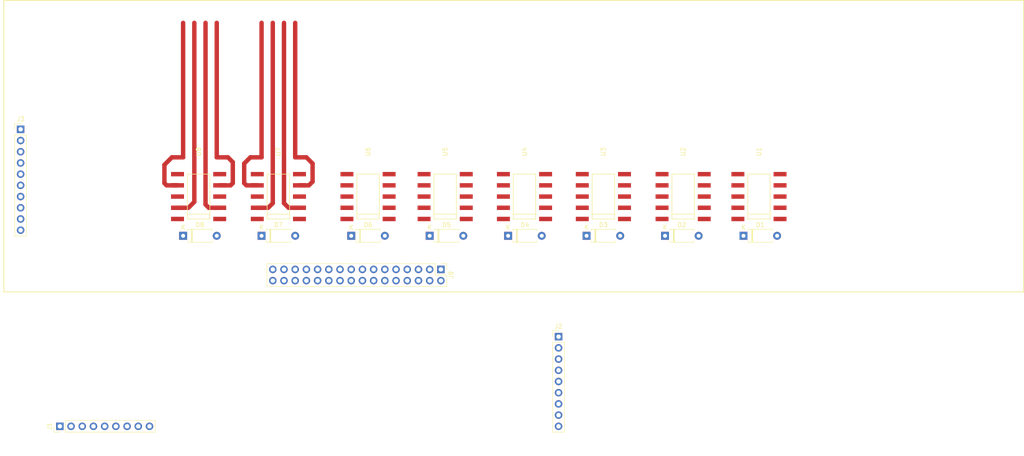
<source format=kicad_pcb>
(kicad_pcb (version 20171130) (host pcbnew 5.0.2-bee76a0~70~ubuntu16.04.1)

  (general
    (thickness 1.6)
    (drawings 4)
    (tracks 37)
    (zones 0)
    (modules 20)
    (nets 28)
  )

  (page A4)
  (layers
    (0 F.Cu signal)
    (31 B.Cu signal)
    (32 B.Adhes user)
    (33 F.Adhes user)
    (34 B.Paste user)
    (35 F.Paste user)
    (36 B.SilkS user)
    (37 F.SilkS user)
    (38 B.Mask user)
    (39 F.Mask user)
    (40 Dwgs.User user)
    (41 Cmts.User user)
    (42 Eco1.User user)
    (43 Eco2.User user)
    (44 Edge.Cuts user)
    (45 Margin user)
    (46 B.CrtYd user)
    (47 F.CrtYd user)
    (48 B.Fab user)
    (49 F.Fab user)
  )

  (setup
    (last_trace_width 1)
    (trace_clearance 1)
    (zone_clearance 0.508)
    (zone_45_only no)
    (trace_min 0.2)
    (segment_width 0.2)
    (edge_width 0.15)
    (via_size 0.8)
    (via_drill 0.4)
    (via_min_size 0.4)
    (via_min_drill 0.3)
    (uvia_size 0.3)
    (uvia_drill 0.1)
    (uvias_allowed no)
    (uvia_min_size 0.2)
    (uvia_min_drill 0.1)
    (pcb_text_width 0.3)
    (pcb_text_size 1.5 1.5)
    (mod_edge_width 0.15)
    (mod_text_size 1 1)
    (mod_text_width 0.15)
    (pad_size 1.524 1.524)
    (pad_drill 0.762)
    (pad_to_mask_clearance 0.051)
    (solder_mask_min_width 0.25)
    (aux_axis_origin 0 0)
    (visible_elements FFFFFF7F)
    (pcbplotparams
      (layerselection 0x010fc_ffffffff)
      (usegerberextensions false)
      (usegerberattributes false)
      (usegerberadvancedattributes false)
      (creategerberjobfile false)
      (excludeedgelayer true)
      (linewidth 0.100000)
      (plotframeref false)
      (viasonmask false)
      (mode 1)
      (useauxorigin false)
      (hpglpennumber 1)
      (hpglpenspeed 20)
      (hpglpendiameter 15.000000)
      (psnegative false)
      (psa4output false)
      (plotreference true)
      (plotvalue true)
      (plotinvisibletext false)
      (padsonsilk false)
      (subtractmaskfromsilk false)
      (outputformat 1)
      (mirror false)
      (drillshape 1)
      (scaleselection 1)
      (outputdirectory ""))
  )

  (net 0 "")
  (net 1 /relaysheet/Relais1)
  (net 2 +9V)
  (net 3 /relaysheet/Relais5)
  (net 4 /relaysheet/Relais2)
  (net 5 /relaysheet/Relais6)
  (net 6 /relaysheet/Relais3)
  (net 7 /relaysheet/Relais7)
  (net 8 /relaysheet/Relais4)
  (net 9 /relaysheet/Relais8)
  (net 10 GNDA)
  (net 11 /relaysheet/R1B_out)
  (net 12 /relaysheet/R1A_out)
  (net 13 /relaysheet/R1A_NC)
  (net 14 /relaysheet/R5B_out)
  (net 15 /relaysheet/R5A_out)
  (net 16 /relaysheet/R2B_out)
  (net 17 /relaysheet/R2A_out)
  (net 18 /relaysheet/R6A_out)
  (net 19 /relaysheet/R6B_out)
  (net 20 /relaysheet/R3A_out)
  (net 21 /relaysheet/R3B_out)
  (net 22 /relaysheet/R7B_out)
  (net 23 /relaysheet/R7A_out)
  (net 24 /relaysheet/R4A_out)
  (net 25 /relaysheet/R4B_out)
  (net 26 /relaysheet/R8A_out)
  (net 27 /relaysheet/R8B_out)

  (net_class Default "This is the default net class."
    (clearance 1)
    (trace_width 1)
    (via_dia 0.8)
    (via_drill 0.4)
    (uvia_dia 0.3)
    (uvia_drill 0.1)
    (add_net +9V)
    (add_net /relaysheet/R1A_NC)
    (add_net /relaysheet/R1A_out)
    (add_net /relaysheet/R1B_out)
    (add_net /relaysheet/R2A_out)
    (add_net /relaysheet/R2B_out)
    (add_net /relaysheet/R3A_out)
    (add_net /relaysheet/R3B_out)
    (add_net /relaysheet/R4A_out)
    (add_net /relaysheet/R4B_out)
    (add_net /relaysheet/R5A_out)
    (add_net /relaysheet/R5B_out)
    (add_net /relaysheet/R6A_out)
    (add_net /relaysheet/R6B_out)
    (add_net /relaysheet/R7A_out)
    (add_net /relaysheet/R7B_out)
    (add_net /relaysheet/R8A_out)
    (add_net /relaysheet/R8B_out)
    (add_net /relaysheet/Relais1)
    (add_net /relaysheet/Relais2)
    (add_net /relaysheet/Relais3)
    (add_net /relaysheet/Relais4)
    (add_net /relaysheet/Relais5)
    (add_net /relaysheet/Relais6)
    (add_net /relaysheet/Relais7)
    (add_net /relaysheet/Relais8)
    (add_net GNDA)
  )

  (module Connector_PinHeader_2.54mm:PinHeader_1x09_P2.54mm_Vertical (layer F.Cu) (tedit 59FED5CC) (tstamp 5CD2D653)
    (at 25.4 109.22 90)
    (descr "Through hole straight pin header, 1x09, 2.54mm pitch, single row")
    (tags "Through hole pin header THT 1x09 2.54mm single row")
    (path /5CD2A3B0)
    (fp_text reference J1 (at 0 -2.33 90) (layer F.SilkS)
      (effects (font (size 1 1) (thickness 0.15)))
    )
    (fp_text value Conn_01x09_Male (at 0 22.65 90) (layer F.Fab)
      (effects (font (size 1 1) (thickness 0.15)))
    )
    (fp_text user %R (at 0 10.16 180) (layer F.Fab)
      (effects (font (size 1 1) (thickness 0.15)))
    )
    (fp_line (start 1.8 -1.8) (end -1.8 -1.8) (layer F.CrtYd) (width 0.05))
    (fp_line (start 1.8 22.1) (end 1.8 -1.8) (layer F.CrtYd) (width 0.05))
    (fp_line (start -1.8 22.1) (end 1.8 22.1) (layer F.CrtYd) (width 0.05))
    (fp_line (start -1.8 -1.8) (end -1.8 22.1) (layer F.CrtYd) (width 0.05))
    (fp_line (start -1.33 -1.33) (end 0 -1.33) (layer F.SilkS) (width 0.12))
    (fp_line (start -1.33 0) (end -1.33 -1.33) (layer F.SilkS) (width 0.12))
    (fp_line (start -1.33 1.27) (end 1.33 1.27) (layer F.SilkS) (width 0.12))
    (fp_line (start 1.33 1.27) (end 1.33 21.65) (layer F.SilkS) (width 0.12))
    (fp_line (start -1.33 1.27) (end -1.33 21.65) (layer F.SilkS) (width 0.12))
    (fp_line (start -1.33 21.65) (end 1.33 21.65) (layer F.SilkS) (width 0.12))
    (fp_line (start -1.27 -0.635) (end -0.635 -1.27) (layer F.Fab) (width 0.1))
    (fp_line (start -1.27 21.59) (end -1.27 -0.635) (layer F.Fab) (width 0.1))
    (fp_line (start 1.27 21.59) (end -1.27 21.59) (layer F.Fab) (width 0.1))
    (fp_line (start 1.27 -1.27) (end 1.27 21.59) (layer F.Fab) (width 0.1))
    (fp_line (start -0.635 -1.27) (end 1.27 -1.27) (layer F.Fab) (width 0.1))
    (pad 9 thru_hole oval (at 0 20.32 90) (size 1.7 1.7) (drill 1) (layers *.Cu *.Mask)
      (net 2 +9V))
    (pad 8 thru_hole oval (at 0 17.78 90) (size 1.7 1.7) (drill 1) (layers *.Cu *.Mask)
      (net 1 /relaysheet/Relais1))
    (pad 7 thru_hole oval (at 0 15.24 90) (size 1.7 1.7) (drill 1) (layers *.Cu *.Mask)
      (net 4 /relaysheet/Relais2))
    (pad 6 thru_hole oval (at 0 12.7 90) (size 1.7 1.7) (drill 1) (layers *.Cu *.Mask)
      (net 6 /relaysheet/Relais3))
    (pad 5 thru_hole oval (at 0 10.16 90) (size 1.7 1.7) (drill 1) (layers *.Cu *.Mask)
      (net 8 /relaysheet/Relais4))
    (pad 4 thru_hole oval (at 0 7.62 90) (size 1.7 1.7) (drill 1) (layers *.Cu *.Mask)
      (net 3 /relaysheet/Relais5))
    (pad 3 thru_hole oval (at 0 5.08 90) (size 1.7 1.7) (drill 1) (layers *.Cu *.Mask)
      (net 5 /relaysheet/Relais6))
    (pad 2 thru_hole oval (at 0 2.54 90) (size 1.7 1.7) (drill 1) (layers *.Cu *.Mask)
      (net 7 /relaysheet/Relais7))
    (pad 1 thru_hole rect (at 0 0 90) (size 1.7 1.7) (drill 1) (layers *.Cu *.Mask)
      (net 9 /relaysheet/Relais8))
    (model ${KISYS3DMOD}/Connector_PinHeader_2.54mm.3dshapes/PinHeader_1x09_P2.54mm_Vertical.wrl
      (at (xyz 0 0 0))
      (scale (xyz 1 1 1))
      (rotate (xyz 0 0 0))
    )
  )

  (module Connector_PinHeader_2.54mm:PinHeader_1x09_P2.54mm_Vertical (layer F.Cu) (tedit 59FED5CC) (tstamp 5CD2D670)
    (at 138.43 88.9)
    (descr "Through hole straight pin header, 1x09, 2.54mm pitch, single row")
    (tags "Through hole pin header THT 1x09 2.54mm single row")
    (path /5CD2A41C)
    (fp_text reference J2 (at 0 -2.33) (layer F.SilkS)
      (effects (font (size 1 1) (thickness 0.15)))
    )
    (fp_text value Conn_01x09_Male (at 0 22.65) (layer F.Fab)
      (effects (font (size 1 1) (thickness 0.15)))
    )
    (fp_line (start -0.635 -1.27) (end 1.27 -1.27) (layer F.Fab) (width 0.1))
    (fp_line (start 1.27 -1.27) (end 1.27 21.59) (layer F.Fab) (width 0.1))
    (fp_line (start 1.27 21.59) (end -1.27 21.59) (layer F.Fab) (width 0.1))
    (fp_line (start -1.27 21.59) (end -1.27 -0.635) (layer F.Fab) (width 0.1))
    (fp_line (start -1.27 -0.635) (end -0.635 -1.27) (layer F.Fab) (width 0.1))
    (fp_line (start -1.33 21.65) (end 1.33 21.65) (layer F.SilkS) (width 0.12))
    (fp_line (start -1.33 1.27) (end -1.33 21.65) (layer F.SilkS) (width 0.12))
    (fp_line (start 1.33 1.27) (end 1.33 21.65) (layer F.SilkS) (width 0.12))
    (fp_line (start -1.33 1.27) (end 1.33 1.27) (layer F.SilkS) (width 0.12))
    (fp_line (start -1.33 0) (end -1.33 -1.33) (layer F.SilkS) (width 0.12))
    (fp_line (start -1.33 -1.33) (end 0 -1.33) (layer F.SilkS) (width 0.12))
    (fp_line (start -1.8 -1.8) (end -1.8 22.1) (layer F.CrtYd) (width 0.05))
    (fp_line (start -1.8 22.1) (end 1.8 22.1) (layer F.CrtYd) (width 0.05))
    (fp_line (start 1.8 22.1) (end 1.8 -1.8) (layer F.CrtYd) (width 0.05))
    (fp_line (start 1.8 -1.8) (end -1.8 -1.8) (layer F.CrtYd) (width 0.05))
    (fp_text user %R (at 0 10.16 90) (layer F.Fab)
      (effects (font (size 1 1) (thickness 0.15)))
    )
    (pad 1 thru_hole rect (at 0 0) (size 1.7 1.7) (drill 1) (layers *.Cu *.Mask))
    (pad 2 thru_hole oval (at 0 2.54) (size 1.7 1.7) (drill 1) (layers *.Cu *.Mask))
    (pad 3 thru_hole oval (at 0 5.08) (size 1.7 1.7) (drill 1) (layers *.Cu *.Mask))
    (pad 4 thru_hole oval (at 0 7.62) (size 1.7 1.7) (drill 1) (layers *.Cu *.Mask))
    (pad 5 thru_hole oval (at 0 10.16) (size 1.7 1.7) (drill 1) (layers *.Cu *.Mask))
    (pad 6 thru_hole oval (at 0 12.7) (size 1.7 1.7) (drill 1) (layers *.Cu *.Mask))
    (pad 7 thru_hole oval (at 0 15.24) (size 1.7 1.7) (drill 1) (layers *.Cu *.Mask))
    (pad 8 thru_hole oval (at 0 17.78) (size 1.7 1.7) (drill 1) (layers *.Cu *.Mask))
    (pad 9 thru_hole oval (at 0 20.32) (size 1.7 1.7) (drill 1) (layers *.Cu *.Mask)
      (net 2 +9V))
    (model ${KISYS3DMOD}/Connector_PinHeader_2.54mm.3dshapes/PinHeader_1x09_P2.54mm_Vertical.wrl
      (at (xyz 0 0 0))
      (scale (xyz 1 1 1))
      (rotate (xyz 0 0 0))
    )
  )

  (module footprints:NEC-EB2-12NU (layer F.Cu) (tedit 5CD1A950) (tstamp 5CD2D6D0)
    (at 183.85 57.15 90)
    (path /5CD2BD35/5CD2D6AA)
    (fp_text reference U1 (at 10.16 0 90) (layer F.SilkS)
      (effects (font (size 1 1) (thickness 0.15)))
    )
    (fp_text value NEC-EB2-12NU (at 0 0 90) (layer F.Fab)
      (effects (font (size 1 1) (thickness 0.15)))
    )
    (fp_line (start -7.15 -4.65) (end 7.15 -4.65) (layer F.Fab) (width 0.15))
    (fp_line (start 7.15 -4.65) (end 7.15 4.65) (layer F.Fab) (width 0.15))
    (fp_line (start 7.15 4.65) (end -7.15 4.65) (layer F.Fab) (width 0.15))
    (fp_line (start -7.15 4.65) (end -7.15 -4.65) (layer F.Fab) (width 0.15))
    (fp_line (start -6 -4.65) (end -6 4.65) (layer F.Fab) (width 0.15))
    (fp_line (start -5.08 -2.54) (end 5.08 -2.54) (layer F.SilkS) (width 0.15))
    (fp_line (start 5.08 -2.54) (end 5.08 2.54) (layer F.SilkS) (width 0.15))
    (fp_line (start 5.08 2.54) (end -5.08 2.54) (layer F.SilkS) (width 0.15))
    (fp_line (start -5.08 2.54) (end -5.08 -2.54) (layer F.SilkS) (width 0.15))
    (fp_line (start -4 -2.54) (end -4 2.54) (layer F.SilkS) (width 0.15))
    (pad 1 smd rect (at -5.08 -4.78 90) (size 1 2.94) (layers F.Cu F.Paste F.Mask)
      (net 2 +9V))
    (pad 2 smd rect (at -2.54 -4.78 90) (size 1 2.94) (layers F.Cu F.Paste F.Mask)
      (net 13 /relaysheet/R1A_NC))
    (pad 3 smd rect (at 0 -4.78 90) (size 1 2.94) (layers F.Cu F.Paste F.Mask)
      (net 12 /relaysheet/R1A_out))
    (pad 4 smd rect (at 2.54 -4.78 90) (size 1 2.94) (layers F.Cu F.Paste F.Mask)
      (net 13 /relaysheet/R1A_NC))
    (pad 5 smd rect (at 5.08 -4.78 90) (size 1 2.94) (layers F.Cu F.Paste F.Mask))
    (pad 6 smd rect (at 5.08 4.78 90) (size 1 2.94) (layers F.Cu F.Paste F.Mask))
    (pad 7 smd rect (at 2.54 4.78 90) (size 1 2.94) (layers F.Cu F.Paste F.Mask)
      (net 13 /relaysheet/R1A_NC))
    (pad 8 smd rect (at 0 4.78 90) (size 1 2.94) (layers F.Cu F.Paste F.Mask)
      (net 11 /relaysheet/R1B_out))
    (pad 9 smd rect (at -2.54 4.78 90) (size 1 2.94) (layers F.Cu F.Paste F.Mask)
      (net 13 /relaysheet/R1A_NC))
    (pad 10 smd rect (at -5.08 4.78 90) (size 1 2.94) (layers F.Cu F.Paste F.Mask)
      (net 1 /relaysheet/Relais1))
  )

  (module footprints:NEC-EB2-12NU (layer F.Cu) (tedit 5CD1A950) (tstamp 5CD2F79B)
    (at 166.67 57.15 90)
    (path /5CD2BD35/5CD30362)
    (fp_text reference U2 (at 10.16 0 90) (layer F.SilkS)
      (effects (font (size 1 1) (thickness 0.15)))
    )
    (fp_text value NEC-EB2-12NU (at 0 0 90) (layer F.Fab)
      (effects (font (size 1 1) (thickness 0.15)))
    )
    (fp_line (start -7.15 -4.65) (end 7.15 -4.65) (layer F.Fab) (width 0.15))
    (fp_line (start 7.15 -4.65) (end 7.15 4.65) (layer F.Fab) (width 0.15))
    (fp_line (start 7.15 4.65) (end -7.15 4.65) (layer F.Fab) (width 0.15))
    (fp_line (start -7.15 4.65) (end -7.15 -4.65) (layer F.Fab) (width 0.15))
    (fp_line (start -6 -4.65) (end -6 4.65) (layer F.Fab) (width 0.15))
    (fp_line (start -5.08 -2.54) (end 5.08 -2.54) (layer F.SilkS) (width 0.15))
    (fp_line (start 5.08 -2.54) (end 5.08 2.54) (layer F.SilkS) (width 0.15))
    (fp_line (start 5.08 2.54) (end -5.08 2.54) (layer F.SilkS) (width 0.15))
    (fp_line (start -5.08 2.54) (end -5.08 -2.54) (layer F.SilkS) (width 0.15))
    (fp_line (start -4 -2.54) (end -4 2.54) (layer F.SilkS) (width 0.15))
    (pad 1 smd rect (at -5.08 -4.78 90) (size 1 2.94) (layers F.Cu F.Paste F.Mask)
      (net 2 +9V))
    (pad 2 smd rect (at -2.54 -4.78 90) (size 1 2.94) (layers F.Cu F.Paste F.Mask)
      (net 13 /relaysheet/R1A_NC))
    (pad 3 smd rect (at 0 -4.78 90) (size 1 2.94) (layers F.Cu F.Paste F.Mask)
      (net 17 /relaysheet/R2A_out))
    (pad 4 smd rect (at 2.54 -4.78 90) (size 1 2.94) (layers F.Cu F.Paste F.Mask)
      (net 13 /relaysheet/R1A_NC))
    (pad 5 smd rect (at 5.08 -4.78 90) (size 1 2.94) (layers F.Cu F.Paste F.Mask))
    (pad 6 smd rect (at 5.08 4.78 90) (size 1 2.94) (layers F.Cu F.Paste F.Mask))
    (pad 7 smd rect (at 2.54 4.78 90) (size 1 2.94) (layers F.Cu F.Paste F.Mask)
      (net 13 /relaysheet/R1A_NC))
    (pad 8 smd rect (at 0 4.78 90) (size 1 2.94) (layers F.Cu F.Paste F.Mask)
      (net 16 /relaysheet/R2B_out))
    (pad 9 smd rect (at -2.54 4.78 90) (size 1 2.94) (layers F.Cu F.Paste F.Mask)
      (net 13 /relaysheet/R1A_NC))
    (pad 10 smd rect (at -5.08 4.78 90) (size 1 2.94) (layers F.Cu F.Paste F.Mask)
      (net 4 /relaysheet/Relais2))
  )

  (module footprints:NEC-EB2-12NU (layer F.Cu) (tedit 5CD1A950) (tstamp 5CD2D700)
    (at 148.59 57.15 90)
    (path /5CD2BD35/5CD316D2)
    (fp_text reference U3 (at 10.16 0 90) (layer F.SilkS)
      (effects (font (size 1 1) (thickness 0.15)))
    )
    (fp_text value NEC-EB2-12NU (at 0 0 90) (layer F.Fab)
      (effects (font (size 1 1) (thickness 0.15)))
    )
    (fp_line (start -7.15 -4.65) (end 7.15 -4.65) (layer F.Fab) (width 0.15))
    (fp_line (start 7.15 -4.65) (end 7.15 4.65) (layer F.Fab) (width 0.15))
    (fp_line (start 7.15 4.65) (end -7.15 4.65) (layer F.Fab) (width 0.15))
    (fp_line (start -7.15 4.65) (end -7.15 -4.65) (layer F.Fab) (width 0.15))
    (fp_line (start -6 -4.65) (end -6 4.65) (layer F.Fab) (width 0.15))
    (fp_line (start -5.08 -2.54) (end 5.08 -2.54) (layer F.SilkS) (width 0.15))
    (fp_line (start 5.08 -2.54) (end 5.08 2.54) (layer F.SilkS) (width 0.15))
    (fp_line (start 5.08 2.54) (end -5.08 2.54) (layer F.SilkS) (width 0.15))
    (fp_line (start -5.08 2.54) (end -5.08 -2.54) (layer F.SilkS) (width 0.15))
    (fp_line (start -4 -2.54) (end -4 2.54) (layer F.SilkS) (width 0.15))
    (pad 1 smd rect (at -5.08 -4.78 90) (size 1 2.94) (layers F.Cu F.Paste F.Mask)
      (net 2 +9V))
    (pad 2 smd rect (at -2.54 -4.78 90) (size 1 2.94) (layers F.Cu F.Paste F.Mask)
      (net 13 /relaysheet/R1A_NC))
    (pad 3 smd rect (at 0 -4.78 90) (size 1 2.94) (layers F.Cu F.Paste F.Mask)
      (net 20 /relaysheet/R3A_out))
    (pad 4 smd rect (at 2.54 -4.78 90) (size 1 2.94) (layers F.Cu F.Paste F.Mask)
      (net 13 /relaysheet/R1A_NC))
    (pad 5 smd rect (at 5.08 -4.78 90) (size 1 2.94) (layers F.Cu F.Paste F.Mask))
    (pad 6 smd rect (at 5.08 4.78 90) (size 1 2.94) (layers F.Cu F.Paste F.Mask))
    (pad 7 smd rect (at 2.54 4.78 90) (size 1 2.94) (layers F.Cu F.Paste F.Mask)
      (net 13 /relaysheet/R1A_NC))
    (pad 8 smd rect (at 0 4.78 90) (size 1 2.94) (layers F.Cu F.Paste F.Mask)
      (net 21 /relaysheet/R3B_out))
    (pad 9 smd rect (at -2.54 4.78 90) (size 1 2.94) (layers F.Cu F.Paste F.Mask)
      (net 13 /relaysheet/R1A_NC))
    (pad 10 smd rect (at -5.08 4.78 90) (size 1 2.94) (layers F.Cu F.Paste F.Mask)
      (net 6 /relaysheet/Relais3))
  )

  (module footprints:NEC-EB2-12NU (layer F.Cu) (tedit 5CD1A950) (tstamp 5CD30B02)
    (at 130.71 57.15 90)
    (path /5CD2BD35/5CD31724)
    (fp_text reference U4 (at 10.16 0 90) (layer F.SilkS)
      (effects (font (size 1 1) (thickness 0.15)))
    )
    (fp_text value NEC-EB2-12NU (at 0 0 90) (layer F.Fab)
      (effects (font (size 1 1) (thickness 0.15)))
    )
    (fp_line (start -4 -2.54) (end -4 2.54) (layer F.SilkS) (width 0.15))
    (fp_line (start -5.08 2.54) (end -5.08 -2.54) (layer F.SilkS) (width 0.15))
    (fp_line (start 5.08 2.54) (end -5.08 2.54) (layer F.SilkS) (width 0.15))
    (fp_line (start 5.08 -2.54) (end 5.08 2.54) (layer F.SilkS) (width 0.15))
    (fp_line (start -5.08 -2.54) (end 5.08 -2.54) (layer F.SilkS) (width 0.15))
    (fp_line (start -6 -4.65) (end -6 4.65) (layer F.Fab) (width 0.15))
    (fp_line (start -7.15 4.65) (end -7.15 -4.65) (layer F.Fab) (width 0.15))
    (fp_line (start 7.15 4.65) (end -7.15 4.65) (layer F.Fab) (width 0.15))
    (fp_line (start 7.15 -4.65) (end 7.15 4.65) (layer F.Fab) (width 0.15))
    (fp_line (start -7.15 -4.65) (end 7.15 -4.65) (layer F.Fab) (width 0.15))
    (pad 10 smd rect (at -5.08 4.78 90) (size 1 2.94) (layers F.Cu F.Paste F.Mask)
      (net 8 /relaysheet/Relais4))
    (pad 9 smd rect (at -2.54 4.78 90) (size 1 2.94) (layers F.Cu F.Paste F.Mask)
      (net 13 /relaysheet/R1A_NC))
    (pad 8 smd rect (at 0 4.78 90) (size 1 2.94) (layers F.Cu F.Paste F.Mask)
      (net 25 /relaysheet/R4B_out))
    (pad 7 smd rect (at 2.54 4.78 90) (size 1 2.94) (layers F.Cu F.Paste F.Mask)
      (net 13 /relaysheet/R1A_NC))
    (pad 6 smd rect (at 5.08 4.78 90) (size 1 2.94) (layers F.Cu F.Paste F.Mask))
    (pad 5 smd rect (at 5.08 -4.78 90) (size 1 2.94) (layers F.Cu F.Paste F.Mask))
    (pad 4 smd rect (at 2.54 -4.78 90) (size 1 2.94) (layers F.Cu F.Paste F.Mask)
      (net 13 /relaysheet/R1A_NC))
    (pad 3 smd rect (at 0 -4.78 90) (size 1 2.94) (layers F.Cu F.Paste F.Mask)
      (net 24 /relaysheet/R4A_out))
    (pad 2 smd rect (at -2.54 -4.78 90) (size 1 2.94) (layers F.Cu F.Paste F.Mask)
      (net 13 /relaysheet/R1A_NC))
    (pad 1 smd rect (at -5.08 -4.78 90) (size 1 2.94) (layers F.Cu F.Paste F.Mask)
      (net 2 +9V))
  )

  (module footprints:NEC-EB2-12NU (layer F.Cu) (tedit 5CD1A950) (tstamp 5CD2D730)
    (at 112.73 57.15 90)
    (path /5CD2BD35/5CD2FCCA)
    (fp_text reference U5 (at 10.16 0 90) (layer F.SilkS)
      (effects (font (size 1 1) (thickness 0.15)))
    )
    (fp_text value NEC-EB2-12NU (at 0 0 90) (layer F.Fab)
      (effects (font (size 1 1) (thickness 0.15)))
    )
    (fp_line (start -4 -2.54) (end -4 2.54) (layer F.SilkS) (width 0.15))
    (fp_line (start -5.08 2.54) (end -5.08 -2.54) (layer F.SilkS) (width 0.15))
    (fp_line (start 5.08 2.54) (end -5.08 2.54) (layer F.SilkS) (width 0.15))
    (fp_line (start 5.08 -2.54) (end 5.08 2.54) (layer F.SilkS) (width 0.15))
    (fp_line (start -5.08 -2.54) (end 5.08 -2.54) (layer F.SilkS) (width 0.15))
    (fp_line (start -6 -4.65) (end -6 4.65) (layer F.Fab) (width 0.15))
    (fp_line (start -7.15 4.65) (end -7.15 -4.65) (layer F.Fab) (width 0.15))
    (fp_line (start 7.15 4.65) (end -7.15 4.65) (layer F.Fab) (width 0.15))
    (fp_line (start 7.15 -4.65) (end 7.15 4.65) (layer F.Fab) (width 0.15))
    (fp_line (start -7.15 -4.65) (end 7.15 -4.65) (layer F.Fab) (width 0.15))
    (pad 10 smd rect (at -5.08 4.78 90) (size 1 2.94) (layers F.Cu F.Paste F.Mask)
      (net 3 /relaysheet/Relais5))
    (pad 9 smd rect (at -2.54 4.78 90) (size 1 2.94) (layers F.Cu F.Paste F.Mask)
      (net 13 /relaysheet/R1A_NC))
    (pad 8 smd rect (at 0 4.78 90) (size 1 2.94) (layers F.Cu F.Paste F.Mask)
      (net 14 /relaysheet/R5B_out))
    (pad 7 smd rect (at 2.54 4.78 90) (size 1 2.94) (layers F.Cu F.Paste F.Mask)
      (net 13 /relaysheet/R1A_NC))
    (pad 6 smd rect (at 5.08 4.78 90) (size 1 2.94) (layers F.Cu F.Paste F.Mask))
    (pad 5 smd rect (at 5.08 -4.78 90) (size 1 2.94) (layers F.Cu F.Paste F.Mask))
    (pad 4 smd rect (at 2.54 -4.78 90) (size 1 2.94) (layers F.Cu F.Paste F.Mask)
      (net 13 /relaysheet/R1A_NC))
    (pad 3 smd rect (at 0 -4.78 90) (size 1 2.94) (layers F.Cu F.Paste F.Mask)
      (net 15 /relaysheet/R5A_out))
    (pad 2 smd rect (at -2.54 -4.78 90) (size 1 2.94) (layers F.Cu F.Paste F.Mask)
      (net 13 /relaysheet/R1A_NC))
    (pad 1 smd rect (at -5.08 -4.78 90) (size 1 2.94) (layers F.Cu F.Paste F.Mask)
      (net 2 +9V))
  )

  (module footprints:NEC-EB2-12NU (layer F.Cu) (tedit 5CD1A950) (tstamp 5CD2D748)
    (at 95.25 57.15 90)
    (path /5CD2BD35/5CD3038B)
    (fp_text reference U6 (at 10.16 0 90) (layer F.SilkS)
      (effects (font (size 1 1) (thickness 0.15)))
    )
    (fp_text value NEC-EB2-12NU (at 0 0 90) (layer F.Fab)
      (effects (font (size 1 1) (thickness 0.15)))
    )
    (fp_line (start -4 -2.54) (end -4 2.54) (layer F.SilkS) (width 0.15))
    (fp_line (start -5.08 2.54) (end -5.08 -2.54) (layer F.SilkS) (width 0.15))
    (fp_line (start 5.08 2.54) (end -5.08 2.54) (layer F.SilkS) (width 0.15))
    (fp_line (start 5.08 -2.54) (end 5.08 2.54) (layer F.SilkS) (width 0.15))
    (fp_line (start -5.08 -2.54) (end 5.08 -2.54) (layer F.SilkS) (width 0.15))
    (fp_line (start -6 -4.65) (end -6 4.65) (layer F.Fab) (width 0.15))
    (fp_line (start -7.15 4.65) (end -7.15 -4.65) (layer F.Fab) (width 0.15))
    (fp_line (start 7.15 4.65) (end -7.15 4.65) (layer F.Fab) (width 0.15))
    (fp_line (start 7.15 -4.65) (end 7.15 4.65) (layer F.Fab) (width 0.15))
    (fp_line (start -7.15 -4.65) (end 7.15 -4.65) (layer F.Fab) (width 0.15))
    (pad 10 smd rect (at -5.08 4.78 90) (size 1 2.94) (layers F.Cu F.Paste F.Mask)
      (net 5 /relaysheet/Relais6))
    (pad 9 smd rect (at -2.54 4.78 90) (size 1 2.94) (layers F.Cu F.Paste F.Mask)
      (net 13 /relaysheet/R1A_NC))
    (pad 8 smd rect (at 0 4.78 90) (size 1 2.94) (layers F.Cu F.Paste F.Mask)
      (net 19 /relaysheet/R6B_out))
    (pad 7 smd rect (at 2.54 4.78 90) (size 1 2.94) (layers F.Cu F.Paste F.Mask)
      (net 13 /relaysheet/R1A_NC))
    (pad 6 smd rect (at 5.08 4.78 90) (size 1 2.94) (layers F.Cu F.Paste F.Mask))
    (pad 5 smd rect (at 5.08 -4.78 90) (size 1 2.94) (layers F.Cu F.Paste F.Mask))
    (pad 4 smd rect (at 2.54 -4.78 90) (size 1 2.94) (layers F.Cu F.Paste F.Mask)
      (net 13 /relaysheet/R1A_NC))
    (pad 3 smd rect (at 0 -4.78 90) (size 1 2.94) (layers F.Cu F.Paste F.Mask)
      (net 18 /relaysheet/R6A_out))
    (pad 2 smd rect (at -2.54 -4.78 90) (size 1 2.94) (layers F.Cu F.Paste F.Mask)
      (net 13 /relaysheet/R1A_NC))
    (pad 1 smd rect (at -5.08 -4.78 90) (size 1 2.94) (layers F.Cu F.Paste F.Mask)
      (net 2 +9V))
  )

  (module footprints:NEC-EB2-12NU (layer F.Cu) (tedit 5CD1A950) (tstamp 5CD2DE4A)
    (at 74.93 57.15 90)
    (path /5CD2BD35/5CD316FB)
    (fp_text reference U7 (at 10.16 0 90) (layer F.SilkS)
      (effects (font (size 1 1) (thickness 0.15)))
    )
    (fp_text value NEC-EB2-12NU (at 0 0 90) (layer F.Fab)
      (effects (font (size 1 1) (thickness 0.15)))
    )
    (fp_line (start -4 -2.54) (end -4 2.54) (layer F.SilkS) (width 0.15))
    (fp_line (start -5.08 2.54) (end -5.08 -2.54) (layer F.SilkS) (width 0.15))
    (fp_line (start 5.08 2.54) (end -5.08 2.54) (layer F.SilkS) (width 0.15))
    (fp_line (start 5.08 -2.54) (end 5.08 2.54) (layer F.SilkS) (width 0.15))
    (fp_line (start -5.08 -2.54) (end 5.08 -2.54) (layer F.SilkS) (width 0.15))
    (fp_line (start -6 -4.65) (end -6 4.65) (layer F.Fab) (width 0.15))
    (fp_line (start -7.15 4.65) (end -7.15 -4.65) (layer F.Fab) (width 0.15))
    (fp_line (start 7.15 4.65) (end -7.15 4.65) (layer F.Fab) (width 0.15))
    (fp_line (start 7.15 -4.65) (end 7.15 4.65) (layer F.Fab) (width 0.15))
    (fp_line (start -7.15 -4.65) (end 7.15 -4.65) (layer F.Fab) (width 0.15))
    (pad 10 smd rect (at -5.08 4.78 90) (size 1 2.94) (layers F.Cu F.Paste F.Mask)
      (net 7 /relaysheet/Relais7))
    (pad 9 smd rect (at -2.54 4.78 90) (size 1 2.94) (layers F.Cu F.Paste F.Mask)
      (net 13 /relaysheet/R1A_NC))
    (pad 8 smd rect (at 0 4.78 90) (size 1 2.94) (layers F.Cu F.Paste F.Mask)
      (net 22 /relaysheet/R7B_out))
    (pad 7 smd rect (at 2.54 4.78 90) (size 1 2.94) (layers F.Cu F.Paste F.Mask)
      (net 13 /relaysheet/R1A_NC))
    (pad 6 smd rect (at 5.08 4.78 90) (size 1 2.94) (layers F.Cu F.Paste F.Mask))
    (pad 5 smd rect (at 5.08 -4.78 90) (size 1 2.94) (layers F.Cu F.Paste F.Mask))
    (pad 4 smd rect (at 2.54 -4.78 90) (size 1 2.94) (layers F.Cu F.Paste F.Mask)
      (net 13 /relaysheet/R1A_NC))
    (pad 3 smd rect (at 0 -4.78 90) (size 1 2.94) (layers F.Cu F.Paste F.Mask)
      (net 23 /relaysheet/R7A_out))
    (pad 2 smd rect (at -2.54 -4.78 90) (size 1 2.94) (layers F.Cu F.Paste F.Mask)
      (net 13 /relaysheet/R1A_NC))
    (pad 1 smd rect (at -5.08 -4.78 90) (size 1 2.94) (layers F.Cu F.Paste F.Mask)
      (net 2 +9V))
  )

  (module footprints:NEC-EB2-12NU (layer F.Cu) (tedit 5CD1A950) (tstamp 5CD30EC6)
    (at 56.85 57.15 90)
    (path /5CD2BD35/5CD3174D)
    (fp_text reference U8 (at 10.16 0 90) (layer F.SilkS)
      (effects (font (size 1 1) (thickness 0.15)))
    )
    (fp_text value NEC-EB2-12NU (at 0 0 90) (layer F.Fab)
      (effects (font (size 1 1) (thickness 0.15)))
    )
    (fp_line (start -4 -2.54) (end -4 2.54) (layer F.SilkS) (width 0.15))
    (fp_line (start -5.08 2.54) (end -5.08 -2.54) (layer F.SilkS) (width 0.15))
    (fp_line (start 5.08 2.54) (end -5.08 2.54) (layer F.SilkS) (width 0.15))
    (fp_line (start 5.08 -2.54) (end 5.08 2.54) (layer F.SilkS) (width 0.15))
    (fp_line (start -5.08 -2.54) (end 5.08 -2.54) (layer F.SilkS) (width 0.15))
    (fp_line (start -6 -4.65) (end -6 4.65) (layer F.Fab) (width 0.15))
    (fp_line (start -7.15 4.65) (end -7.15 -4.65) (layer F.Fab) (width 0.15))
    (fp_line (start 7.15 4.65) (end -7.15 4.65) (layer F.Fab) (width 0.15))
    (fp_line (start 7.15 -4.65) (end 7.15 4.65) (layer F.Fab) (width 0.15))
    (fp_line (start -7.15 -4.65) (end 7.15 -4.65) (layer F.Fab) (width 0.15))
    (pad 10 smd rect (at -5.08 4.78 90) (size 1 2.94) (layers F.Cu F.Paste F.Mask)
      (net 9 /relaysheet/Relais8))
    (pad 9 smd rect (at -2.54 4.78 90) (size 1 2.94) (layers F.Cu F.Paste F.Mask)
      (net 13 /relaysheet/R1A_NC))
    (pad 8 smd rect (at 0 4.78 90) (size 1 2.94) (layers F.Cu F.Paste F.Mask)
      (net 27 /relaysheet/R8B_out))
    (pad 7 smd rect (at 2.54 4.78 90) (size 1 2.94) (layers F.Cu F.Paste F.Mask)
      (net 13 /relaysheet/R1A_NC))
    (pad 6 smd rect (at 5.08 4.78 90) (size 1 2.94) (layers F.Cu F.Paste F.Mask))
    (pad 5 smd rect (at 5.08 -4.78 90) (size 1 2.94) (layers F.Cu F.Paste F.Mask))
    (pad 4 smd rect (at 2.54 -4.78 90) (size 1 2.94) (layers F.Cu F.Paste F.Mask)
      (net 13 /relaysheet/R1A_NC))
    (pad 3 smd rect (at 0 -4.78 90) (size 1 2.94) (layers F.Cu F.Paste F.Mask)
      (net 26 /relaysheet/R8A_out))
    (pad 2 smd rect (at -2.54 -4.78 90) (size 1 2.94) (layers F.Cu F.Paste F.Mask)
      (net 13 /relaysheet/R1A_NC))
    (pad 1 smd rect (at -5.08 -4.78 90) (size 1 2.94) (layers F.Cu F.Paste F.Mask)
      (net 2 +9V))
  )

  (module Connector_PinHeader_2.54mm:PinHeader_2x16_P2.54mm_Vertical (layer F.Cu) (tedit 59FED5CC) (tstamp 5CD2ECFD)
    (at 111.76 73.66 270)
    (descr "Through hole straight pin header, 2x16, 2.54mm pitch, double rows")
    (tags "Through hole pin header THT 2x16 2.54mm double row")
    (path /5CE321D3)
    (fp_text reference J9 (at 1.27 -2.33 270) (layer F.SilkS)
      (effects (font (size 1 1) (thickness 0.15)))
    )
    (fp_text value Conn_02x16_Odd_Even (at 1.27 40.43 270) (layer F.Fab)
      (effects (font (size 1 1) (thickness 0.15)))
    )
    (fp_line (start 0 -1.27) (end 3.81 -1.27) (layer F.Fab) (width 0.1))
    (fp_line (start 3.81 -1.27) (end 3.81 39.37) (layer F.Fab) (width 0.1))
    (fp_line (start 3.81 39.37) (end -1.27 39.37) (layer F.Fab) (width 0.1))
    (fp_line (start -1.27 39.37) (end -1.27 0) (layer F.Fab) (width 0.1))
    (fp_line (start -1.27 0) (end 0 -1.27) (layer F.Fab) (width 0.1))
    (fp_line (start -1.33 39.43) (end 3.87 39.43) (layer F.SilkS) (width 0.12))
    (fp_line (start -1.33 1.27) (end -1.33 39.43) (layer F.SilkS) (width 0.12))
    (fp_line (start 3.87 -1.33) (end 3.87 39.43) (layer F.SilkS) (width 0.12))
    (fp_line (start -1.33 1.27) (end 1.27 1.27) (layer F.SilkS) (width 0.12))
    (fp_line (start 1.27 1.27) (end 1.27 -1.33) (layer F.SilkS) (width 0.12))
    (fp_line (start 1.27 -1.33) (end 3.87 -1.33) (layer F.SilkS) (width 0.12))
    (fp_line (start -1.33 0) (end -1.33 -1.33) (layer F.SilkS) (width 0.12))
    (fp_line (start -1.33 -1.33) (end 0 -1.33) (layer F.SilkS) (width 0.12))
    (fp_line (start -1.8 -1.8) (end -1.8 39.9) (layer F.CrtYd) (width 0.05))
    (fp_line (start -1.8 39.9) (end 4.35 39.9) (layer F.CrtYd) (width 0.05))
    (fp_line (start 4.35 39.9) (end 4.35 -1.8) (layer F.CrtYd) (width 0.05))
    (fp_line (start 4.35 -1.8) (end -1.8 -1.8) (layer F.CrtYd) (width 0.05))
    (fp_text user %R (at 1.27 19.05) (layer F.Fab)
      (effects (font (size 1 1) (thickness 0.15)))
    )
    (pad 1 thru_hole rect (at 0 0 270) (size 1.7 1.7) (drill 1) (layers *.Cu *.Mask)
      (net 12 /relaysheet/R1A_out))
    (pad 2 thru_hole oval (at 2.54 0 270) (size 1.7 1.7) (drill 1) (layers *.Cu *.Mask)
      (net 10 GNDA))
    (pad 3 thru_hole oval (at 0 2.54 270) (size 1.7 1.7) (drill 1) (layers *.Cu *.Mask)
      (net 11 /relaysheet/R1B_out))
    (pad 4 thru_hole oval (at 2.54 2.54 270) (size 1.7 1.7) (drill 1) (layers *.Cu *.Mask)
      (net 10 GNDA))
    (pad 5 thru_hole oval (at 0 5.08 270) (size 1.7 1.7) (drill 1) (layers *.Cu *.Mask)
      (net 17 /relaysheet/R2A_out))
    (pad 6 thru_hole oval (at 2.54 5.08 270) (size 1.7 1.7) (drill 1) (layers *.Cu *.Mask)
      (net 10 GNDA))
    (pad 7 thru_hole oval (at 0 7.62 270) (size 1.7 1.7) (drill 1) (layers *.Cu *.Mask)
      (net 16 /relaysheet/R2B_out))
    (pad 8 thru_hole oval (at 2.54 7.62 270) (size 1.7 1.7) (drill 1) (layers *.Cu *.Mask)
      (net 10 GNDA))
    (pad 9 thru_hole oval (at 0 10.16 270) (size 1.7 1.7) (drill 1) (layers *.Cu *.Mask)
      (net 20 /relaysheet/R3A_out))
    (pad 10 thru_hole oval (at 2.54 10.16 270) (size 1.7 1.7) (drill 1) (layers *.Cu *.Mask)
      (net 10 GNDA))
    (pad 11 thru_hole oval (at 0 12.7 270) (size 1.7 1.7) (drill 1) (layers *.Cu *.Mask)
      (net 21 /relaysheet/R3B_out))
    (pad 12 thru_hole oval (at 2.54 12.7 270) (size 1.7 1.7) (drill 1) (layers *.Cu *.Mask)
      (net 10 GNDA))
    (pad 13 thru_hole oval (at 0 15.24 270) (size 1.7 1.7) (drill 1) (layers *.Cu *.Mask)
      (net 24 /relaysheet/R4A_out))
    (pad 14 thru_hole oval (at 2.54 15.24 270) (size 1.7 1.7) (drill 1) (layers *.Cu *.Mask)
      (net 10 GNDA))
    (pad 15 thru_hole oval (at 0 17.78 270) (size 1.7 1.7) (drill 1) (layers *.Cu *.Mask)
      (net 25 /relaysheet/R4B_out))
    (pad 16 thru_hole oval (at 2.54 17.78 270) (size 1.7 1.7) (drill 1) (layers *.Cu *.Mask)
      (net 10 GNDA))
    (pad 17 thru_hole oval (at 0 20.32 270) (size 1.7 1.7) (drill 1) (layers *.Cu *.Mask)
      (net 15 /relaysheet/R5A_out))
    (pad 18 thru_hole oval (at 2.54 20.32 270) (size 1.7 1.7) (drill 1) (layers *.Cu *.Mask)
      (net 10 GNDA))
    (pad 19 thru_hole oval (at 0 22.86 270) (size 1.7 1.7) (drill 1) (layers *.Cu *.Mask)
      (net 14 /relaysheet/R5B_out))
    (pad 20 thru_hole oval (at 2.54 22.86 270) (size 1.7 1.7) (drill 1) (layers *.Cu *.Mask)
      (net 10 GNDA))
    (pad 21 thru_hole oval (at 0 25.4 270) (size 1.7 1.7) (drill 1) (layers *.Cu *.Mask)
      (net 18 /relaysheet/R6A_out))
    (pad 22 thru_hole oval (at 2.54 25.4 270) (size 1.7 1.7) (drill 1) (layers *.Cu *.Mask)
      (net 10 GNDA))
    (pad 23 thru_hole oval (at 0 27.94 270) (size 1.7 1.7) (drill 1) (layers *.Cu *.Mask)
      (net 19 /relaysheet/R6B_out))
    (pad 24 thru_hole oval (at 2.54 27.94 270) (size 1.7 1.7) (drill 1) (layers *.Cu *.Mask)
      (net 10 GNDA))
    (pad 25 thru_hole oval (at 0 30.48 270) (size 1.7 1.7) (drill 1) (layers *.Cu *.Mask)
      (net 23 /relaysheet/R7A_out))
    (pad 26 thru_hole oval (at 2.54 30.48 270) (size 1.7 1.7) (drill 1) (layers *.Cu *.Mask)
      (net 10 GNDA))
    (pad 27 thru_hole oval (at 0 33.02 270) (size 1.7 1.7) (drill 1) (layers *.Cu *.Mask)
      (net 22 /relaysheet/R7B_out))
    (pad 28 thru_hole oval (at 2.54 33.02 270) (size 1.7 1.7) (drill 1) (layers *.Cu *.Mask)
      (net 10 GNDA))
    (pad 29 thru_hole oval (at 0 35.56 270) (size 1.7 1.7) (drill 1) (layers *.Cu *.Mask)
      (net 26 /relaysheet/R8A_out))
    (pad 30 thru_hole oval (at 2.54 35.56 270) (size 1.7 1.7) (drill 1) (layers *.Cu *.Mask)
      (net 10 GNDA))
    (pad 31 thru_hole oval (at 0 38.1 270) (size 1.7 1.7) (drill 1) (layers *.Cu *.Mask)
      (net 27 /relaysheet/R8B_out))
    (pad 32 thru_hole oval (at 2.54 38.1 270) (size 1.7 1.7) (drill 1) (layers *.Cu *.Mask)
      (net 10 GNDA))
    (model ${KISYS3DMOD}/Connector_PinHeader_2.54mm.3dshapes/PinHeader_2x16_P2.54mm_Vertical.wrl
      (at (xyz 0 0 0))
      (scale (xyz 1 1 1))
      (rotate (xyz 0 0 0))
    )
  )

  (module Diode_THT:D_A-405_P7.62mm_Horizontal (layer F.Cu) (tedit 5AE50CD5) (tstamp 5CD2F417)
    (at 180.34 66.04)
    (descr "Diode, A-405 series, Axial, Horizontal, pin pitch=7.62mm, , length*diameter=5.2*2.7mm^2, , http://www.diodes.com/_files/packages/A-405.pdf")
    (tags "Diode A-405 series Axial Horizontal pin pitch 7.62mm  length 5.2mm diameter 2.7mm")
    (path /5CD2BD35/5CD2E7CE)
    (fp_text reference D1 (at 3.81 -2.47) (layer F.SilkS)
      (effects (font (size 1 1) (thickness 0.15)))
    )
    (fp_text value D (at 3.81 2.47) (layer F.Fab)
      (effects (font (size 1 1) (thickness 0.15)))
    )
    (fp_line (start 1.21 -1.35) (end 1.21 1.35) (layer F.Fab) (width 0.1))
    (fp_line (start 1.21 1.35) (end 6.41 1.35) (layer F.Fab) (width 0.1))
    (fp_line (start 6.41 1.35) (end 6.41 -1.35) (layer F.Fab) (width 0.1))
    (fp_line (start 6.41 -1.35) (end 1.21 -1.35) (layer F.Fab) (width 0.1))
    (fp_line (start 0 0) (end 1.21 0) (layer F.Fab) (width 0.1))
    (fp_line (start 7.62 0) (end 6.41 0) (layer F.Fab) (width 0.1))
    (fp_line (start 1.99 -1.35) (end 1.99 1.35) (layer F.Fab) (width 0.1))
    (fp_line (start 2.09 -1.35) (end 2.09 1.35) (layer F.Fab) (width 0.1))
    (fp_line (start 1.89 -1.35) (end 1.89 1.35) (layer F.Fab) (width 0.1))
    (fp_line (start 1.09 -1.14) (end 1.09 -1.47) (layer F.SilkS) (width 0.12))
    (fp_line (start 1.09 -1.47) (end 6.53 -1.47) (layer F.SilkS) (width 0.12))
    (fp_line (start 6.53 -1.47) (end 6.53 -1.14) (layer F.SilkS) (width 0.12))
    (fp_line (start 1.09 1.14) (end 1.09 1.47) (layer F.SilkS) (width 0.12))
    (fp_line (start 1.09 1.47) (end 6.53 1.47) (layer F.SilkS) (width 0.12))
    (fp_line (start 6.53 1.47) (end 6.53 1.14) (layer F.SilkS) (width 0.12))
    (fp_line (start 1.99 -1.47) (end 1.99 1.47) (layer F.SilkS) (width 0.12))
    (fp_line (start 2.11 -1.47) (end 2.11 1.47) (layer F.SilkS) (width 0.12))
    (fp_line (start 1.87 -1.47) (end 1.87 1.47) (layer F.SilkS) (width 0.12))
    (fp_line (start -1.15 -1.6) (end -1.15 1.6) (layer F.CrtYd) (width 0.05))
    (fp_line (start -1.15 1.6) (end 8.77 1.6) (layer F.CrtYd) (width 0.05))
    (fp_line (start 8.77 1.6) (end 8.77 -1.6) (layer F.CrtYd) (width 0.05))
    (fp_line (start 8.77 -1.6) (end -1.15 -1.6) (layer F.CrtYd) (width 0.05))
    (fp_text user %R (at 4.2 0) (layer F.Fab)
      (effects (font (size 1 1) (thickness 0.15)))
    )
    (fp_text user K (at 0 -1.9) (layer F.Fab)
      (effects (font (size 1 1) (thickness 0.15)))
    )
    (fp_text user K (at 0 -1.9) (layer F.SilkS)
      (effects (font (size 1 1) (thickness 0.15)))
    )
    (pad 1 thru_hole rect (at 0 0) (size 1.8 1.8) (drill 0.9) (layers *.Cu *.Mask)
      (net 2 +9V))
    (pad 2 thru_hole oval (at 7.62 0) (size 1.8 1.8) (drill 0.9) (layers *.Cu *.Mask)
      (net 1 /relaysheet/Relais1))
    (model ${KISYS3DMOD}/Diode_THT.3dshapes/D_A-405_P7.62mm_Horizontal.wrl
      (at (xyz 0 0 0))
      (scale (xyz 1 1 1))
      (rotate (xyz 0 0 0))
    )
  )

  (module Diode_THT:D_A-405_P7.62mm_Horizontal (layer F.Cu) (tedit 5AE50CD5) (tstamp 5CD2F435)
    (at 162.56 66.04)
    (descr "Diode, A-405 series, Axial, Horizontal, pin pitch=7.62mm, , length*diameter=5.2*2.7mm^2, , http://www.diodes.com/_files/packages/A-405.pdf")
    (tags "Diode A-405 series Axial Horizontal pin pitch 7.62mm  length 5.2mm diameter 2.7mm")
    (path /5CD2BD35/5CD3037D)
    (fp_text reference D2 (at 3.81 -2.47) (layer F.SilkS)
      (effects (font (size 1 1) (thickness 0.15)))
    )
    (fp_text value D (at 3.81 2.47) (layer F.Fab)
      (effects (font (size 1 1) (thickness 0.15)))
    )
    (fp_text user K (at 0 -1.9) (layer F.SilkS)
      (effects (font (size 1 1) (thickness 0.15)))
    )
    (fp_text user K (at 0 -1.9) (layer F.Fab)
      (effects (font (size 1 1) (thickness 0.15)))
    )
    (fp_text user %R (at 4.2 0) (layer F.Fab)
      (effects (font (size 1 1) (thickness 0.15)))
    )
    (fp_line (start 8.77 -1.6) (end -1.15 -1.6) (layer F.CrtYd) (width 0.05))
    (fp_line (start 8.77 1.6) (end 8.77 -1.6) (layer F.CrtYd) (width 0.05))
    (fp_line (start -1.15 1.6) (end 8.77 1.6) (layer F.CrtYd) (width 0.05))
    (fp_line (start -1.15 -1.6) (end -1.15 1.6) (layer F.CrtYd) (width 0.05))
    (fp_line (start 1.87 -1.47) (end 1.87 1.47) (layer F.SilkS) (width 0.12))
    (fp_line (start 2.11 -1.47) (end 2.11 1.47) (layer F.SilkS) (width 0.12))
    (fp_line (start 1.99 -1.47) (end 1.99 1.47) (layer F.SilkS) (width 0.12))
    (fp_line (start 6.53 1.47) (end 6.53 1.14) (layer F.SilkS) (width 0.12))
    (fp_line (start 1.09 1.47) (end 6.53 1.47) (layer F.SilkS) (width 0.12))
    (fp_line (start 1.09 1.14) (end 1.09 1.47) (layer F.SilkS) (width 0.12))
    (fp_line (start 6.53 -1.47) (end 6.53 -1.14) (layer F.SilkS) (width 0.12))
    (fp_line (start 1.09 -1.47) (end 6.53 -1.47) (layer F.SilkS) (width 0.12))
    (fp_line (start 1.09 -1.14) (end 1.09 -1.47) (layer F.SilkS) (width 0.12))
    (fp_line (start 1.89 -1.35) (end 1.89 1.35) (layer F.Fab) (width 0.1))
    (fp_line (start 2.09 -1.35) (end 2.09 1.35) (layer F.Fab) (width 0.1))
    (fp_line (start 1.99 -1.35) (end 1.99 1.35) (layer F.Fab) (width 0.1))
    (fp_line (start 7.62 0) (end 6.41 0) (layer F.Fab) (width 0.1))
    (fp_line (start 0 0) (end 1.21 0) (layer F.Fab) (width 0.1))
    (fp_line (start 6.41 -1.35) (end 1.21 -1.35) (layer F.Fab) (width 0.1))
    (fp_line (start 6.41 1.35) (end 6.41 -1.35) (layer F.Fab) (width 0.1))
    (fp_line (start 1.21 1.35) (end 6.41 1.35) (layer F.Fab) (width 0.1))
    (fp_line (start 1.21 -1.35) (end 1.21 1.35) (layer F.Fab) (width 0.1))
    (pad 2 thru_hole oval (at 7.62 0) (size 1.8 1.8) (drill 0.9) (layers *.Cu *.Mask)
      (net 4 /relaysheet/Relais2))
    (pad 1 thru_hole rect (at 0 0) (size 1.8 1.8) (drill 0.9) (layers *.Cu *.Mask)
      (net 2 +9V))
    (model ${KISYS3DMOD}/Diode_THT.3dshapes/D_A-405_P7.62mm_Horizontal.wrl
      (at (xyz 0 0 0))
      (scale (xyz 1 1 1))
      (rotate (xyz 0 0 0))
    )
  )

  (module Diode_THT:D_A-405_P7.62mm_Horizontal (layer F.Cu) (tedit 5AE50CD5) (tstamp 5CD2F453)
    (at 144.78 66.04)
    (descr "Diode, A-405 series, Axial, Horizontal, pin pitch=7.62mm, , length*diameter=5.2*2.7mm^2, , http://www.diodes.com/_files/packages/A-405.pdf")
    (tags "Diode A-405 series Axial Horizontal pin pitch 7.62mm  length 5.2mm diameter 2.7mm")
    (path /5CD2BD35/5CD316ED)
    (fp_text reference D3 (at 3.81 -2.47) (layer F.SilkS)
      (effects (font (size 1 1) (thickness 0.15)))
    )
    (fp_text value D (at 3.81 2.47) (layer F.Fab)
      (effects (font (size 1 1) (thickness 0.15)))
    )
    (fp_text user K (at 0 -1.9) (layer F.SilkS)
      (effects (font (size 1 1) (thickness 0.15)))
    )
    (fp_text user K (at 0 -1.9) (layer F.Fab)
      (effects (font (size 1 1) (thickness 0.15)))
    )
    (fp_text user %R (at 4.2 0) (layer F.Fab)
      (effects (font (size 1 1) (thickness 0.15)))
    )
    (fp_line (start 8.77 -1.6) (end -1.15 -1.6) (layer F.CrtYd) (width 0.05))
    (fp_line (start 8.77 1.6) (end 8.77 -1.6) (layer F.CrtYd) (width 0.05))
    (fp_line (start -1.15 1.6) (end 8.77 1.6) (layer F.CrtYd) (width 0.05))
    (fp_line (start -1.15 -1.6) (end -1.15 1.6) (layer F.CrtYd) (width 0.05))
    (fp_line (start 1.87 -1.47) (end 1.87 1.47) (layer F.SilkS) (width 0.12))
    (fp_line (start 2.11 -1.47) (end 2.11 1.47) (layer F.SilkS) (width 0.12))
    (fp_line (start 1.99 -1.47) (end 1.99 1.47) (layer F.SilkS) (width 0.12))
    (fp_line (start 6.53 1.47) (end 6.53 1.14) (layer F.SilkS) (width 0.12))
    (fp_line (start 1.09 1.47) (end 6.53 1.47) (layer F.SilkS) (width 0.12))
    (fp_line (start 1.09 1.14) (end 1.09 1.47) (layer F.SilkS) (width 0.12))
    (fp_line (start 6.53 -1.47) (end 6.53 -1.14) (layer F.SilkS) (width 0.12))
    (fp_line (start 1.09 -1.47) (end 6.53 -1.47) (layer F.SilkS) (width 0.12))
    (fp_line (start 1.09 -1.14) (end 1.09 -1.47) (layer F.SilkS) (width 0.12))
    (fp_line (start 1.89 -1.35) (end 1.89 1.35) (layer F.Fab) (width 0.1))
    (fp_line (start 2.09 -1.35) (end 2.09 1.35) (layer F.Fab) (width 0.1))
    (fp_line (start 1.99 -1.35) (end 1.99 1.35) (layer F.Fab) (width 0.1))
    (fp_line (start 7.62 0) (end 6.41 0) (layer F.Fab) (width 0.1))
    (fp_line (start 0 0) (end 1.21 0) (layer F.Fab) (width 0.1))
    (fp_line (start 6.41 -1.35) (end 1.21 -1.35) (layer F.Fab) (width 0.1))
    (fp_line (start 6.41 1.35) (end 6.41 -1.35) (layer F.Fab) (width 0.1))
    (fp_line (start 1.21 1.35) (end 6.41 1.35) (layer F.Fab) (width 0.1))
    (fp_line (start 1.21 -1.35) (end 1.21 1.35) (layer F.Fab) (width 0.1))
    (pad 2 thru_hole oval (at 7.62 0) (size 1.8 1.8) (drill 0.9) (layers *.Cu *.Mask)
      (net 6 /relaysheet/Relais3))
    (pad 1 thru_hole rect (at 0 0) (size 1.8 1.8) (drill 0.9) (layers *.Cu *.Mask)
      (net 2 +9V))
    (model ${KISYS3DMOD}/Diode_THT.3dshapes/D_A-405_P7.62mm_Horizontal.wrl
      (at (xyz 0 0 0))
      (scale (xyz 1 1 1))
      (rotate (xyz 0 0 0))
    )
  )

  (module Diode_THT:D_A-405_P7.62mm_Horizontal (layer F.Cu) (tedit 5AE50CD5) (tstamp 5CD30AAF)
    (at 127 66.04)
    (descr "Diode, A-405 series, Axial, Horizontal, pin pitch=7.62mm, , length*diameter=5.2*2.7mm^2, , http://www.diodes.com/_files/packages/A-405.pdf")
    (tags "Diode A-405 series Axial Horizontal pin pitch 7.62mm  length 5.2mm diameter 2.7mm")
    (path /5CD2BD35/5CD3173F)
    (fp_text reference D4 (at 3.81 -2.47) (layer F.SilkS)
      (effects (font (size 1 1) (thickness 0.15)))
    )
    (fp_text value D (at 3.81 2.47) (layer F.Fab)
      (effects (font (size 1 1) (thickness 0.15)))
    )
    (fp_line (start 1.21 -1.35) (end 1.21 1.35) (layer F.Fab) (width 0.1))
    (fp_line (start 1.21 1.35) (end 6.41 1.35) (layer F.Fab) (width 0.1))
    (fp_line (start 6.41 1.35) (end 6.41 -1.35) (layer F.Fab) (width 0.1))
    (fp_line (start 6.41 -1.35) (end 1.21 -1.35) (layer F.Fab) (width 0.1))
    (fp_line (start 0 0) (end 1.21 0) (layer F.Fab) (width 0.1))
    (fp_line (start 7.62 0) (end 6.41 0) (layer F.Fab) (width 0.1))
    (fp_line (start 1.99 -1.35) (end 1.99 1.35) (layer F.Fab) (width 0.1))
    (fp_line (start 2.09 -1.35) (end 2.09 1.35) (layer F.Fab) (width 0.1))
    (fp_line (start 1.89 -1.35) (end 1.89 1.35) (layer F.Fab) (width 0.1))
    (fp_line (start 1.09 -1.14) (end 1.09 -1.47) (layer F.SilkS) (width 0.12))
    (fp_line (start 1.09 -1.47) (end 6.53 -1.47) (layer F.SilkS) (width 0.12))
    (fp_line (start 6.53 -1.47) (end 6.53 -1.14) (layer F.SilkS) (width 0.12))
    (fp_line (start 1.09 1.14) (end 1.09 1.47) (layer F.SilkS) (width 0.12))
    (fp_line (start 1.09 1.47) (end 6.53 1.47) (layer F.SilkS) (width 0.12))
    (fp_line (start 6.53 1.47) (end 6.53 1.14) (layer F.SilkS) (width 0.12))
    (fp_line (start 1.99 -1.47) (end 1.99 1.47) (layer F.SilkS) (width 0.12))
    (fp_line (start 2.11 -1.47) (end 2.11 1.47) (layer F.SilkS) (width 0.12))
    (fp_line (start 1.87 -1.47) (end 1.87 1.47) (layer F.SilkS) (width 0.12))
    (fp_line (start -1.15 -1.6) (end -1.15 1.6) (layer F.CrtYd) (width 0.05))
    (fp_line (start -1.15 1.6) (end 8.77 1.6) (layer F.CrtYd) (width 0.05))
    (fp_line (start 8.77 1.6) (end 8.77 -1.6) (layer F.CrtYd) (width 0.05))
    (fp_line (start 8.77 -1.6) (end -1.15 -1.6) (layer F.CrtYd) (width 0.05))
    (fp_text user %R (at 4.2 0) (layer F.Fab)
      (effects (font (size 1 1) (thickness 0.15)))
    )
    (fp_text user K (at 0 -1.9) (layer F.Fab)
      (effects (font (size 1 1) (thickness 0.15)))
    )
    (fp_text user K (at 0 -1.9) (layer F.SilkS)
      (effects (font (size 1 1) (thickness 0.15)))
    )
    (pad 1 thru_hole rect (at 0 0) (size 1.8 1.8) (drill 0.9) (layers *.Cu *.Mask)
      (net 2 +9V))
    (pad 2 thru_hole oval (at 7.62 0) (size 1.8 1.8) (drill 0.9) (layers *.Cu *.Mask)
      (net 8 /relaysheet/Relais4))
    (model ${KISYS3DMOD}/Diode_THT.3dshapes/D_A-405_P7.62mm_Horizontal.wrl
      (at (xyz 0 0 0))
      (scale (xyz 1 1 1))
      (rotate (xyz 0 0 0))
    )
  )

  (module Diode_THT:D_A-405_P7.62mm_Horizontal (layer F.Cu) (tedit 5AE50CD5) (tstamp 5CD2F48F)
    (at 109.22 66.04)
    (descr "Diode, A-405 series, Axial, Horizontal, pin pitch=7.62mm, , length*diameter=5.2*2.7mm^2, , http://www.diodes.com/_files/packages/A-405.pdf")
    (tags "Diode A-405 series Axial Horizontal pin pitch 7.62mm  length 5.2mm diameter 2.7mm")
    (path /5CD2BD35/5CD2FCE5)
    (fp_text reference D5 (at 3.81 -2.47) (layer F.SilkS)
      (effects (font (size 1 1) (thickness 0.15)))
    )
    (fp_text value D (at 3.81 2.47) (layer F.Fab)
      (effects (font (size 1 1) (thickness 0.15)))
    )
    (fp_text user K (at 0 -1.9) (layer F.SilkS)
      (effects (font (size 1 1) (thickness 0.15)))
    )
    (fp_text user K (at 0 -1.9) (layer F.Fab)
      (effects (font (size 1 1) (thickness 0.15)))
    )
    (fp_text user %R (at 4.2 0) (layer F.Fab)
      (effects (font (size 1 1) (thickness 0.15)))
    )
    (fp_line (start 8.77 -1.6) (end -1.15 -1.6) (layer F.CrtYd) (width 0.05))
    (fp_line (start 8.77 1.6) (end 8.77 -1.6) (layer F.CrtYd) (width 0.05))
    (fp_line (start -1.15 1.6) (end 8.77 1.6) (layer F.CrtYd) (width 0.05))
    (fp_line (start -1.15 -1.6) (end -1.15 1.6) (layer F.CrtYd) (width 0.05))
    (fp_line (start 1.87 -1.47) (end 1.87 1.47) (layer F.SilkS) (width 0.12))
    (fp_line (start 2.11 -1.47) (end 2.11 1.47) (layer F.SilkS) (width 0.12))
    (fp_line (start 1.99 -1.47) (end 1.99 1.47) (layer F.SilkS) (width 0.12))
    (fp_line (start 6.53 1.47) (end 6.53 1.14) (layer F.SilkS) (width 0.12))
    (fp_line (start 1.09 1.47) (end 6.53 1.47) (layer F.SilkS) (width 0.12))
    (fp_line (start 1.09 1.14) (end 1.09 1.47) (layer F.SilkS) (width 0.12))
    (fp_line (start 6.53 -1.47) (end 6.53 -1.14) (layer F.SilkS) (width 0.12))
    (fp_line (start 1.09 -1.47) (end 6.53 -1.47) (layer F.SilkS) (width 0.12))
    (fp_line (start 1.09 -1.14) (end 1.09 -1.47) (layer F.SilkS) (width 0.12))
    (fp_line (start 1.89 -1.35) (end 1.89 1.35) (layer F.Fab) (width 0.1))
    (fp_line (start 2.09 -1.35) (end 2.09 1.35) (layer F.Fab) (width 0.1))
    (fp_line (start 1.99 -1.35) (end 1.99 1.35) (layer F.Fab) (width 0.1))
    (fp_line (start 7.62 0) (end 6.41 0) (layer F.Fab) (width 0.1))
    (fp_line (start 0 0) (end 1.21 0) (layer F.Fab) (width 0.1))
    (fp_line (start 6.41 -1.35) (end 1.21 -1.35) (layer F.Fab) (width 0.1))
    (fp_line (start 6.41 1.35) (end 6.41 -1.35) (layer F.Fab) (width 0.1))
    (fp_line (start 1.21 1.35) (end 6.41 1.35) (layer F.Fab) (width 0.1))
    (fp_line (start 1.21 -1.35) (end 1.21 1.35) (layer F.Fab) (width 0.1))
    (pad 2 thru_hole oval (at 7.62 0) (size 1.8 1.8) (drill 0.9) (layers *.Cu *.Mask)
      (net 3 /relaysheet/Relais5))
    (pad 1 thru_hole rect (at 0 0) (size 1.8 1.8) (drill 0.9) (layers *.Cu *.Mask)
      (net 2 +9V))
    (model ${KISYS3DMOD}/Diode_THT.3dshapes/D_A-405_P7.62mm_Horizontal.wrl
      (at (xyz 0 0 0))
      (scale (xyz 1 1 1))
      (rotate (xyz 0 0 0))
    )
  )

  (module Diode_THT:D_A-405_P7.62mm_Horizontal (layer F.Cu) (tedit 5AE50CD5) (tstamp 5CD2F4AD)
    (at 91.44 66.04)
    (descr "Diode, A-405 series, Axial, Horizontal, pin pitch=7.62mm, , length*diameter=5.2*2.7mm^2, , http://www.diodes.com/_files/packages/A-405.pdf")
    (tags "Diode A-405 series Axial Horizontal pin pitch 7.62mm  length 5.2mm diameter 2.7mm")
    (path /5CD2BD35/5CD303A6)
    (fp_text reference D6 (at 3.81 -2.47) (layer F.SilkS)
      (effects (font (size 1 1) (thickness 0.15)))
    )
    (fp_text value D (at 3.81 2.47) (layer F.Fab)
      (effects (font (size 1 1) (thickness 0.15)))
    )
    (fp_text user K (at 0 -1.9) (layer F.SilkS)
      (effects (font (size 1 1) (thickness 0.15)))
    )
    (fp_text user K (at 0 -1.9) (layer F.Fab)
      (effects (font (size 1 1) (thickness 0.15)))
    )
    (fp_text user %R (at 4.2 0) (layer F.Fab)
      (effects (font (size 1 1) (thickness 0.15)))
    )
    (fp_line (start 8.77 -1.6) (end -1.15 -1.6) (layer F.CrtYd) (width 0.05))
    (fp_line (start 8.77 1.6) (end 8.77 -1.6) (layer F.CrtYd) (width 0.05))
    (fp_line (start -1.15 1.6) (end 8.77 1.6) (layer F.CrtYd) (width 0.05))
    (fp_line (start -1.15 -1.6) (end -1.15 1.6) (layer F.CrtYd) (width 0.05))
    (fp_line (start 1.87 -1.47) (end 1.87 1.47) (layer F.SilkS) (width 0.12))
    (fp_line (start 2.11 -1.47) (end 2.11 1.47) (layer F.SilkS) (width 0.12))
    (fp_line (start 1.99 -1.47) (end 1.99 1.47) (layer F.SilkS) (width 0.12))
    (fp_line (start 6.53 1.47) (end 6.53 1.14) (layer F.SilkS) (width 0.12))
    (fp_line (start 1.09 1.47) (end 6.53 1.47) (layer F.SilkS) (width 0.12))
    (fp_line (start 1.09 1.14) (end 1.09 1.47) (layer F.SilkS) (width 0.12))
    (fp_line (start 6.53 -1.47) (end 6.53 -1.14) (layer F.SilkS) (width 0.12))
    (fp_line (start 1.09 -1.47) (end 6.53 -1.47) (layer F.SilkS) (width 0.12))
    (fp_line (start 1.09 -1.14) (end 1.09 -1.47) (layer F.SilkS) (width 0.12))
    (fp_line (start 1.89 -1.35) (end 1.89 1.35) (layer F.Fab) (width 0.1))
    (fp_line (start 2.09 -1.35) (end 2.09 1.35) (layer F.Fab) (width 0.1))
    (fp_line (start 1.99 -1.35) (end 1.99 1.35) (layer F.Fab) (width 0.1))
    (fp_line (start 7.62 0) (end 6.41 0) (layer F.Fab) (width 0.1))
    (fp_line (start 0 0) (end 1.21 0) (layer F.Fab) (width 0.1))
    (fp_line (start 6.41 -1.35) (end 1.21 -1.35) (layer F.Fab) (width 0.1))
    (fp_line (start 6.41 1.35) (end 6.41 -1.35) (layer F.Fab) (width 0.1))
    (fp_line (start 1.21 1.35) (end 6.41 1.35) (layer F.Fab) (width 0.1))
    (fp_line (start 1.21 -1.35) (end 1.21 1.35) (layer F.Fab) (width 0.1))
    (pad 2 thru_hole oval (at 7.62 0) (size 1.8 1.8) (drill 0.9) (layers *.Cu *.Mask)
      (net 5 /relaysheet/Relais6))
    (pad 1 thru_hole rect (at 0 0) (size 1.8 1.8) (drill 0.9) (layers *.Cu *.Mask)
      (net 2 +9V))
    (model ${KISYS3DMOD}/Diode_THT.3dshapes/D_A-405_P7.62mm_Horizontal.wrl
      (at (xyz 0 0 0))
      (scale (xyz 1 1 1))
      (rotate (xyz 0 0 0))
    )
  )

  (module Diode_THT:D_A-405_P7.62mm_Horizontal (layer F.Cu) (tedit 5AE50CD5) (tstamp 5CD2F4CB)
    (at 71.12 66.04)
    (descr "Diode, A-405 series, Axial, Horizontal, pin pitch=7.62mm, , length*diameter=5.2*2.7mm^2, , http://www.diodes.com/_files/packages/A-405.pdf")
    (tags "Diode A-405 series Axial Horizontal pin pitch 7.62mm  length 5.2mm diameter 2.7mm")
    (path /5CD2BD35/5CD31716)
    (fp_text reference D7 (at 3.81 -2.47) (layer F.SilkS)
      (effects (font (size 1 1) (thickness 0.15)))
    )
    (fp_text value D (at 3.81 2.47) (layer F.Fab)
      (effects (font (size 1 1) (thickness 0.15)))
    )
    (fp_text user K (at 0 -1.9) (layer F.SilkS)
      (effects (font (size 1 1) (thickness 0.15)))
    )
    (fp_text user K (at 0 -1.9) (layer F.Fab)
      (effects (font (size 1 1) (thickness 0.15)))
    )
    (fp_text user %R (at 4.2 0) (layer F.Fab)
      (effects (font (size 1 1) (thickness 0.15)))
    )
    (fp_line (start 8.77 -1.6) (end -1.15 -1.6) (layer F.CrtYd) (width 0.05))
    (fp_line (start 8.77 1.6) (end 8.77 -1.6) (layer F.CrtYd) (width 0.05))
    (fp_line (start -1.15 1.6) (end 8.77 1.6) (layer F.CrtYd) (width 0.05))
    (fp_line (start -1.15 -1.6) (end -1.15 1.6) (layer F.CrtYd) (width 0.05))
    (fp_line (start 1.87 -1.47) (end 1.87 1.47) (layer F.SilkS) (width 0.12))
    (fp_line (start 2.11 -1.47) (end 2.11 1.47) (layer F.SilkS) (width 0.12))
    (fp_line (start 1.99 -1.47) (end 1.99 1.47) (layer F.SilkS) (width 0.12))
    (fp_line (start 6.53 1.47) (end 6.53 1.14) (layer F.SilkS) (width 0.12))
    (fp_line (start 1.09 1.47) (end 6.53 1.47) (layer F.SilkS) (width 0.12))
    (fp_line (start 1.09 1.14) (end 1.09 1.47) (layer F.SilkS) (width 0.12))
    (fp_line (start 6.53 -1.47) (end 6.53 -1.14) (layer F.SilkS) (width 0.12))
    (fp_line (start 1.09 -1.47) (end 6.53 -1.47) (layer F.SilkS) (width 0.12))
    (fp_line (start 1.09 -1.14) (end 1.09 -1.47) (layer F.SilkS) (width 0.12))
    (fp_line (start 1.89 -1.35) (end 1.89 1.35) (layer F.Fab) (width 0.1))
    (fp_line (start 2.09 -1.35) (end 2.09 1.35) (layer F.Fab) (width 0.1))
    (fp_line (start 1.99 -1.35) (end 1.99 1.35) (layer F.Fab) (width 0.1))
    (fp_line (start 7.62 0) (end 6.41 0) (layer F.Fab) (width 0.1))
    (fp_line (start 0 0) (end 1.21 0) (layer F.Fab) (width 0.1))
    (fp_line (start 6.41 -1.35) (end 1.21 -1.35) (layer F.Fab) (width 0.1))
    (fp_line (start 6.41 1.35) (end 6.41 -1.35) (layer F.Fab) (width 0.1))
    (fp_line (start 1.21 1.35) (end 6.41 1.35) (layer F.Fab) (width 0.1))
    (fp_line (start 1.21 -1.35) (end 1.21 1.35) (layer F.Fab) (width 0.1))
    (pad 2 thru_hole oval (at 7.62 0) (size 1.8 1.8) (drill 0.9) (layers *.Cu *.Mask)
      (net 7 /relaysheet/Relais7))
    (pad 1 thru_hole rect (at 0 0) (size 1.8 1.8) (drill 0.9) (layers *.Cu *.Mask)
      (net 2 +9V))
    (model ${KISYS3DMOD}/Diode_THT.3dshapes/D_A-405_P7.62mm_Horizontal.wrl
      (at (xyz 0 0 0))
      (scale (xyz 1 1 1))
      (rotate (xyz 0 0 0))
    )
  )

  (module Diode_THT:D_A-405_P7.62mm_Horizontal (layer F.Cu) (tedit 5AE50CD5) (tstamp 5CD30E70)
    (at 53.34 66.04)
    (descr "Diode, A-405 series, Axial, Horizontal, pin pitch=7.62mm, , length*diameter=5.2*2.7mm^2, , http://www.diodes.com/_files/packages/A-405.pdf")
    (tags "Diode A-405 series Axial Horizontal pin pitch 7.62mm  length 5.2mm diameter 2.7mm")
    (path /5CD2BD35/5CD31768)
    (fp_text reference D8 (at 3.81 -2.47) (layer F.SilkS)
      (effects (font (size 1 1) (thickness 0.15)))
    )
    (fp_text value D (at 3.81 2.47) (layer F.Fab)
      (effects (font (size 1 1) (thickness 0.15)))
    )
    (fp_line (start 1.21 -1.35) (end 1.21 1.35) (layer F.Fab) (width 0.1))
    (fp_line (start 1.21 1.35) (end 6.41 1.35) (layer F.Fab) (width 0.1))
    (fp_line (start 6.41 1.35) (end 6.41 -1.35) (layer F.Fab) (width 0.1))
    (fp_line (start 6.41 -1.35) (end 1.21 -1.35) (layer F.Fab) (width 0.1))
    (fp_line (start 0 0) (end 1.21 0) (layer F.Fab) (width 0.1))
    (fp_line (start 7.62 0) (end 6.41 0) (layer F.Fab) (width 0.1))
    (fp_line (start 1.99 -1.35) (end 1.99 1.35) (layer F.Fab) (width 0.1))
    (fp_line (start 2.09 -1.35) (end 2.09 1.35) (layer F.Fab) (width 0.1))
    (fp_line (start 1.89 -1.35) (end 1.89 1.35) (layer F.Fab) (width 0.1))
    (fp_line (start 1.09 -1.14) (end 1.09 -1.47) (layer F.SilkS) (width 0.12))
    (fp_line (start 1.09 -1.47) (end 6.53 -1.47) (layer F.SilkS) (width 0.12))
    (fp_line (start 6.53 -1.47) (end 6.53 -1.14) (layer F.SilkS) (width 0.12))
    (fp_line (start 1.09 1.14) (end 1.09 1.47) (layer F.SilkS) (width 0.12))
    (fp_line (start 1.09 1.47) (end 6.53 1.47) (layer F.SilkS) (width 0.12))
    (fp_line (start 6.53 1.47) (end 6.53 1.14) (layer F.SilkS) (width 0.12))
    (fp_line (start 1.99 -1.47) (end 1.99 1.47) (layer F.SilkS) (width 0.12))
    (fp_line (start 2.11 -1.47) (end 2.11 1.47) (layer F.SilkS) (width 0.12))
    (fp_line (start 1.87 -1.47) (end 1.87 1.47) (layer F.SilkS) (width 0.12))
    (fp_line (start -1.15 -1.6) (end -1.15 1.6) (layer F.CrtYd) (width 0.05))
    (fp_line (start -1.15 1.6) (end 8.77 1.6) (layer F.CrtYd) (width 0.05))
    (fp_line (start 8.77 1.6) (end 8.77 -1.6) (layer F.CrtYd) (width 0.05))
    (fp_line (start 8.77 -1.6) (end -1.15 -1.6) (layer F.CrtYd) (width 0.05))
    (fp_text user %R (at 4.2 0) (layer F.Fab)
      (effects (font (size 1 1) (thickness 0.15)))
    )
    (fp_text user K (at 0 -1.9) (layer F.Fab)
      (effects (font (size 1 1) (thickness 0.15)))
    )
    (fp_text user K (at 0 -1.9) (layer F.SilkS)
      (effects (font (size 1 1) (thickness 0.15)))
    )
    (pad 1 thru_hole rect (at 0 0) (size 1.8 1.8) (drill 0.9) (layers *.Cu *.Mask)
      (net 2 +9V))
    (pad 2 thru_hole oval (at 7.62 0) (size 1.8 1.8) (drill 0.9) (layers *.Cu *.Mask)
      (net 9 /relaysheet/Relais8))
    (model ${KISYS3DMOD}/Diode_THT.3dshapes/D_A-405_P7.62mm_Horizontal.wrl
      (at (xyz 0 0 0))
      (scale (xyz 1 1 1))
      (rotate (xyz 0 0 0))
    )
  )

  (module Connector_PinHeader_2.54mm:PinHeader_1x10_P2.54mm_Vertical (layer F.Cu) (tedit 59FED5CC) (tstamp 5CD31892)
    (at 16.51 41.91)
    (descr "Through hole straight pin header, 1x10, 2.54mm pitch, single row")
    (tags "Through hole pin header THT 1x10 2.54mm single row")
    (path /5CE859BA)
    (fp_text reference J3 (at 0 -2.33) (layer F.SilkS)
      (effects (font (size 1 1) (thickness 0.15)))
    )
    (fp_text value Conn_01x10 (at 0 25.19) (layer F.Fab)
      (effects (font (size 1 1) (thickness 0.15)))
    )
    (fp_line (start -0.635 -1.27) (end 1.27 -1.27) (layer F.Fab) (width 0.1))
    (fp_line (start 1.27 -1.27) (end 1.27 24.13) (layer F.Fab) (width 0.1))
    (fp_line (start 1.27 24.13) (end -1.27 24.13) (layer F.Fab) (width 0.1))
    (fp_line (start -1.27 24.13) (end -1.27 -0.635) (layer F.Fab) (width 0.1))
    (fp_line (start -1.27 -0.635) (end -0.635 -1.27) (layer F.Fab) (width 0.1))
    (fp_line (start -1.33 24.19) (end 1.33 24.19) (layer F.SilkS) (width 0.12))
    (fp_line (start -1.33 1.27) (end -1.33 24.19) (layer F.SilkS) (width 0.12))
    (fp_line (start 1.33 1.27) (end 1.33 24.19) (layer F.SilkS) (width 0.12))
    (fp_line (start -1.33 1.27) (end 1.33 1.27) (layer F.SilkS) (width 0.12))
    (fp_line (start -1.33 0) (end -1.33 -1.33) (layer F.SilkS) (width 0.12))
    (fp_line (start -1.33 -1.33) (end 0 -1.33) (layer F.SilkS) (width 0.12))
    (fp_line (start -1.8 -1.8) (end -1.8 24.65) (layer F.CrtYd) (width 0.05))
    (fp_line (start -1.8 24.65) (end 1.8 24.65) (layer F.CrtYd) (width 0.05))
    (fp_line (start 1.8 24.65) (end 1.8 -1.8) (layer F.CrtYd) (width 0.05))
    (fp_line (start 1.8 -1.8) (end -1.8 -1.8) (layer F.CrtYd) (width 0.05))
    (fp_text user %R (at 0 11.43 90) (layer F.Fab)
      (effects (font (size 1 1) (thickness 0.15)))
    )
    (pad 1 thru_hole rect (at 0 0) (size 1.7 1.7) (drill 1) (layers *.Cu *.Mask)
      (net 10 GNDA))
    (pad 2 thru_hole oval (at 0 2.54) (size 1.7 1.7) (drill 1) (layers *.Cu *.Mask)
      (net 13 /relaysheet/R1A_NC))
    (pad 3 thru_hole oval (at 0 5.08) (size 1.7 1.7) (drill 1) (layers *.Cu *.Mask)
      (net 13 /relaysheet/R1A_NC))
    (pad 4 thru_hole oval (at 0 7.62) (size 1.7 1.7) (drill 1) (layers *.Cu *.Mask)
      (net 13 /relaysheet/R1A_NC))
    (pad 5 thru_hole oval (at 0 10.16) (size 1.7 1.7) (drill 1) (layers *.Cu *.Mask)
      (net 13 /relaysheet/R1A_NC))
    (pad 6 thru_hole oval (at 0 12.7) (size 1.7 1.7) (drill 1) (layers *.Cu *.Mask)
      (net 13 /relaysheet/R1A_NC))
    (pad 7 thru_hole oval (at 0 15.24) (size 1.7 1.7) (drill 1) (layers *.Cu *.Mask)
      (net 13 /relaysheet/R1A_NC))
    (pad 8 thru_hole oval (at 0 17.78) (size 1.7 1.7) (drill 1) (layers *.Cu *.Mask)
      (net 13 /relaysheet/R1A_NC))
    (pad 9 thru_hole oval (at 0 20.32) (size 1.7 1.7) (drill 1) (layers *.Cu *.Mask)
      (net 13 /relaysheet/R1A_NC))
    (pad 10 thru_hole oval (at 0 22.86) (size 1.7 1.7) (drill 1) (layers *.Cu *.Mask)
      (net 10 GNDA))
    (model ${KISYS3DMOD}/Connector_PinHeader_2.54mm.3dshapes/PinHeader_1x10_P2.54mm_Vertical.wrl
      (at (xyz 0 0 0))
      (scale (xyz 1 1 1))
      (rotate (xyz 0 0 0))
    )
  )

  (gr_line (start 12.7 78.74) (end 12.7 12.7) (layer F.SilkS) (width 0.2))
  (gr_line (start 243.84 78.74) (end 12.7 78.74) (layer F.SilkS) (width 0.2))
  (gr_line (start 243.84 12.7) (end 243.84 78.74) (layer F.SilkS) (width 0.2))
  (gr_line (start 12.7 12.7) (end 243.84 12.7) (layer F.SilkS) (width 0.2) (tstamp 5CD2E5DF))

  (segment (start 52.07 54.61) (end 51.1 54.61) (width 1) (layer F.Cu) (net 13) (tstamp 5CD30EAD) (status 30))
  (segment (start 59.16 59.69) (end 58.42 58.95) (width 1) (layer F.Cu) (net 13))
  (segment (start 61.63 59.69) (end 59.16 59.69) (width 1) (layer F.Cu) (net 13) (status 10))
  (segment (start 58.42 58.95) (end 58.42 17.78) (width 1) (layer F.Cu) (net 13))
  (segment (start 54.54 59.69) (end 55.88 58.35) (width 1) (layer F.Cu) (net 13))
  (segment (start 52.07 59.69) (end 54.54 59.69) (width 1) (layer F.Cu) (net 13) (status 10))
  (segment (start 55.88 58.35) (end 55.88 17.78) (width 1) (layer F.Cu) (net 13))
  (segment (start 72.62 59.69) (end 73.66 58.65) (width 1) (layer F.Cu) (net 13))
  (segment (start 70.15 59.69) (end 72.62 59.69) (width 1) (layer F.Cu) (net 13) (status 10))
  (segment (start 73.66 58.65) (end 73.66 17.78) (width 1) (layer F.Cu) (net 13))
  (segment (start 77.24 59.69) (end 76.2 58.65) (width 1) (layer F.Cu) (net 13))
  (segment (start 79.71 59.69) (end 77.24 59.69) (width 1) (layer F.Cu) (net 13) (status 10))
  (segment (start 76.2 58.65) (end 76.2 17.78) (width 1) (layer F.Cu) (net 13))
  (segment (start 67.179999 54.109999) (end 67.179999 49.660001) (width 1) (layer F.Cu) (net 13))
  (segment (start 67.68 54.61) (end 67.179999 54.109999) (width 1) (layer F.Cu) (net 13))
  (segment (start 70.15 54.61) (end 67.68 54.61) (width 1) (layer F.Cu) (net 13) (status 10))
  (segment (start 67.179999 49.660001) (end 68.58 48.26) (width 1) (layer F.Cu) (net 13))
  (segment (start 68.58 48.26) (end 71.12 48.26) (width 1) (layer F.Cu) (net 13))
  (segment (start 71.12 48.26) (end 71.12 17.78) (width 1) (layer F.Cu) (net 13))
  (segment (start 64.600001 54.109999) (end 64.600001 49.360001) (width 1) (layer F.Cu) (net 13))
  (segment (start 64.1 54.61) (end 64.600001 54.109999) (width 1) (layer F.Cu) (net 13))
  (segment (start 61.63 54.61) (end 64.1 54.61) (width 1) (layer F.Cu) (net 13) (status 10))
  (segment (start 64.600001 49.360001) (end 63.5 48.26) (width 1) (layer F.Cu) (net 13))
  (segment (start 63.5 48.26) (end 60.96 48.26) (width 1) (layer F.Cu) (net 13))
  (segment (start 60.96 48.26) (end 60.96 17.78) (width 1) (layer F.Cu) (net 13))
  (segment (start 49.099999 54.109999) (end 49.099999 49.960001) (width 1) (layer F.Cu) (net 13))
  (segment (start 49.6 54.61) (end 49.099999 54.109999) (width 1) (layer F.Cu) (net 13))
  (segment (start 52.07 54.61) (end 49.6 54.61) (width 1) (layer F.Cu) (net 13) (status 10))
  (segment (start 49.099999 49.960001) (end 50.8 48.26) (width 1) (layer F.Cu) (net 13))
  (segment (start 50.8 48.26) (end 53.34 48.26) (width 1) (layer F.Cu) (net 13))
  (segment (start 53.34 48.26) (end 53.34 17.78) (width 1) (layer F.Cu) (net 13))
  (segment (start 82.680001 53.770001) (end 82.680001 49.660001) (width 1) (layer F.Cu) (net 13))
  (segment (start 81.840002 54.61) (end 82.680001 53.770001) (width 1) (layer F.Cu) (net 13))
  (segment (start 79.71 54.61) (end 81.840002 54.61) (width 1) (layer F.Cu) (net 13) (status 10))
  (segment (start 82.680001 49.660001) (end 81.28 48.26) (width 1) (layer F.Cu) (net 13))
  (segment (start 81.28 48.26) (end 78.74 48.26) (width 1) (layer F.Cu) (net 13))
  (segment (start 78.74 48.26) (end 78.74 17.78) (width 1) (layer F.Cu) (net 13))

)

</source>
